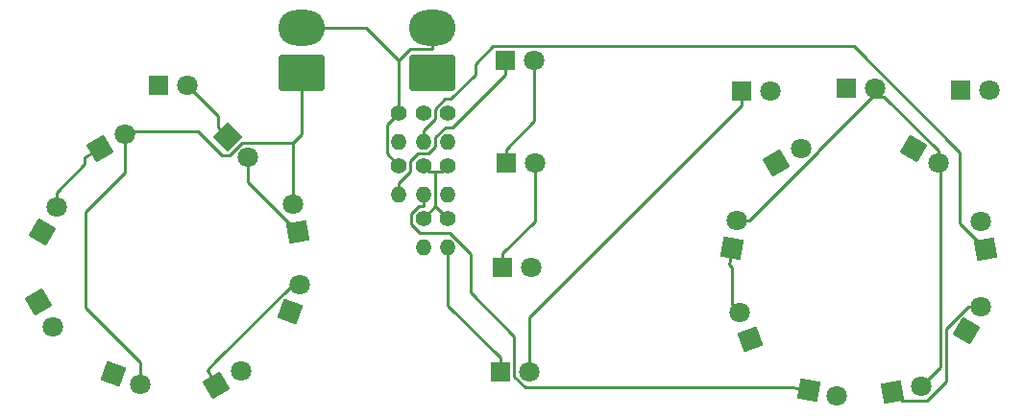
<source format=gbr>
%TF.GenerationSoftware,KiCad,Pcbnew,(6.0.7-1)-1*%
%TF.CreationDate,2023-10-29T11:35:44+10:00*%
%TF.ProjectId,HYD ISO Panel PCB V2,48594420-4953-44f2-9050-616e656c2050,rev?*%
%TF.SameCoordinates,Original*%
%TF.FileFunction,Copper,L2,Bot*%
%TF.FilePolarity,Positive*%
%FSLAX46Y46*%
G04 Gerber Fmt 4.6, Leading zero omitted, Abs format (unit mm)*
G04 Created by KiCad (PCBNEW (6.0.7-1)-1) date 2023-10-29 11:35:44*
%MOMM*%
%LPD*%
G01*
G04 APERTURE LIST*
G04 Aperture macros list*
%AMRoundRect*
0 Rectangle with rounded corners*
0 $1 Rounding radius*
0 $2 $3 $4 $5 $6 $7 $8 $9 X,Y pos of 4 corners*
0 Add a 4 corners polygon primitive as box body*
4,1,4,$2,$3,$4,$5,$6,$7,$8,$9,$2,$3,0*
0 Add four circle primitives for the rounded corners*
1,1,$1+$1,$2,$3*
1,1,$1+$1,$4,$5*
1,1,$1+$1,$6,$7*
1,1,$1+$1,$8,$9*
0 Add four rect primitives between the rounded corners*
20,1,$1+$1,$2,$3,$4,$5,0*
20,1,$1+$1,$4,$5,$6,$7,0*
20,1,$1+$1,$6,$7,$8,$9,0*
20,1,$1+$1,$8,$9,$2,$3,0*%
%AMRotRect*
0 Rectangle, with rotation*
0 The origin of the aperture is its center*
0 $1 length*
0 $2 width*
0 $3 Rotation angle, in degrees counterclockwise*
0 Add horizontal line*
21,1,$1,$2,0,0,$3*%
G04 Aperture macros list end*
%TA.AperFunction,ComponentPad*%
%ADD10RoundRect,0.250000X1.800000X-1.330000X1.800000X1.330000X-1.800000X1.330000X-1.800000X-1.330000X0*%
%TD*%
%TA.AperFunction,ComponentPad*%
%ADD11O,4.100000X3.160000*%
%TD*%
%TA.AperFunction,ComponentPad*%
%ADD12R,1.800000X1.800000*%
%TD*%
%TA.AperFunction,ComponentPad*%
%ADD13C,1.800000*%
%TD*%
%TA.AperFunction,ComponentPad*%
%ADD14RotRect,1.800000X1.800000X315.000000*%
%TD*%
%TA.AperFunction,ComponentPad*%
%ADD15RotRect,1.800000X1.800000X100.000000*%
%TD*%
%TA.AperFunction,ComponentPad*%
%ADD16RotRect,1.800000X1.800000X70.000000*%
%TD*%
%TA.AperFunction,ComponentPad*%
%ADD17RotRect,1.800000X1.800000X30.000000*%
%TD*%
%TA.AperFunction,ComponentPad*%
%ADD18RotRect,1.800000X1.800000X340.000000*%
%TD*%
%TA.AperFunction,ComponentPad*%
%ADD19RotRect,1.800000X1.800000X300.000000*%
%TD*%
%TA.AperFunction,ComponentPad*%
%ADD20RotRect,1.800000X1.800000X60.000000*%
%TD*%
%TA.AperFunction,ComponentPad*%
%ADD21RotRect,1.800000X1.800000X330.000000*%
%TD*%
%TA.AperFunction,ComponentPad*%
%ADD22RotRect,1.800000X1.800000X80.000000*%
%TD*%
%TA.AperFunction,ComponentPad*%
%ADD23RotRect,1.800000X1.800000X110.000000*%
%TD*%
%TA.AperFunction,ComponentPad*%
%ADD24RotRect,1.800000X1.800000X350.000000*%
%TD*%
%TA.AperFunction,ComponentPad*%
%ADD25RotRect,1.800000X1.800000X10.000000*%
%TD*%
%TA.AperFunction,ComponentPad*%
%ADD26C,1.400000*%
%TD*%
%TA.AperFunction,ComponentPad*%
%ADD27O,1.400000X1.400000*%
%TD*%
%TA.AperFunction,Conductor*%
%ADD28C,0.250000*%
%TD*%
G04 APERTURE END LIST*
D10*
%TO.P,J2,1,Pin_1*%
%TO.N,/LED+12V*%
X114525000Y-67004000D03*
D11*
%TO.P,J2,2,Pin_2*%
%TO.N,/LED-12V*%
X114525000Y-63044000D03*
%TD*%
D10*
%TO.P,J1,1,Pin_1*%
%TO.N,/LED+12V*%
X103019000Y-67004000D03*
D11*
%TO.P,J1,2,Pin_2*%
%TO.N,/LED-12V*%
X103019000Y-63044000D03*
%TD*%
D12*
%TO.P,D1,1,K*%
%TO.N,Net-(D1-Pad1)*%
X90425000Y-68150000D03*
D13*
%TO.P,D1,2,A*%
%TO.N,Net-(D1-Pad2)*%
X92965000Y-68150000D03*
%TD*%
D14*
%TO.P,D2,1,K*%
%TO.N,Net-(D1-Pad2)*%
X96500000Y-72700000D03*
D13*
%TO.P,D2,2,A*%
%TO.N,Net-(D2-Pad2)*%
X98296051Y-74496051D03*
%TD*%
D15*
%TO.P,D3,1,K*%
%TO.N,Net-(D2-Pad2)*%
X102700000Y-81100000D03*
D13*
%TO.P,D3,2,A*%
%TO.N,/LED+12V*%
X102258934Y-78598588D03*
%TD*%
D16*
%TO.P,D4,1,K*%
%TO.N,Net-(D4-Pad1)*%
X102013900Y-88098100D03*
D13*
%TO.P,D4,2,A*%
%TO.N,Net-(D4-Pad2)*%
X102882631Y-85711281D03*
%TD*%
D17*
%TO.P,D5,1,K*%
%TO.N,Net-(D4-Pad2)*%
X95500000Y-94600000D03*
D13*
%TO.P,D5,2,A*%
%TO.N,Net-(D5-Pad2)*%
X97699705Y-93330000D03*
%TD*%
D18*
%TO.P,D6,1,K*%
%TO.N,Net-(D5-Pad2)*%
X86451900Y-93663900D03*
D13*
%TO.P,D6,2,A*%
%TO.N,/LED+12V*%
X88838719Y-94532631D03*
%TD*%
D19*
%TO.P,D7,1,K*%
%TO.N,Net-(D7-Pad1)*%
X79862500Y-87245800D03*
D13*
%TO.P,D7,2,A*%
%TO.N,Net-(D7-Pad2)*%
X81132500Y-89445505D03*
%TD*%
D20*
%TO.P,D8,1,K*%
%TO.N,Net-(D7-Pad2)*%
X80150000Y-81100000D03*
D13*
%TO.P,D8,2,A*%
%TO.N,Net-(D8-Pad2)*%
X81420000Y-78900295D03*
%TD*%
D17*
%TO.P,D9,1,K*%
%TO.N,Net-(D8-Pad2)*%
X85250000Y-73750000D03*
D13*
%TO.P,D9,2,A*%
%TO.N,/LED+12V*%
X87449705Y-72480000D03*
%TD*%
D12*
%TO.P,D10,1,K*%
%TO.N,Net-(D10-Pad1)*%
X120975000Y-65950000D03*
D13*
%TO.P,D10,2,A*%
%TO.N,Net-(D10-Pad2)*%
X123515000Y-65950000D03*
%TD*%
D12*
%TO.P,D11,1,K*%
%TO.N,Net-(D10-Pad2)*%
X121025000Y-75000000D03*
D13*
%TO.P,D11,2,A*%
%TO.N,Net-(D11-Pad2)*%
X123565000Y-75000000D03*
%TD*%
D12*
%TO.P,D12,1,K*%
%TO.N,Net-(D11-Pad2)*%
X120750000Y-84200000D03*
D13*
%TO.P,D12,2,A*%
%TO.N,/LED+12V*%
X123290000Y-84200000D03*
%TD*%
D12*
%TO.P,D13,1,K*%
%TO.N,Net-(D13-Pad1)*%
X120550000Y-93450000D03*
D13*
%TO.P,D13,2,A*%
%TO.N,Net-(D13-Pad2)*%
X123090000Y-93450000D03*
%TD*%
D12*
%TO.P,D14,1,K*%
%TO.N,Net-(D13-Pad2)*%
X141825000Y-68650000D03*
D13*
%TO.P,D14,2,A*%
%TO.N,Net-(D14-Pad2)*%
X144365000Y-68650000D03*
%TD*%
D12*
%TO.P,D15,1,K*%
%TO.N,Net-(D14-Pad2)*%
X151050000Y-68402000D03*
D13*
%TO.P,D15,2,A*%
%TO.N,/LED+12V*%
X153590000Y-68402000D03*
%TD*%
D12*
%TO.P,D16,1,K*%
%TO.N,Net-(D16-Pad1)*%
X161126000Y-68554400D03*
D13*
%TO.P,D16,2,A*%
%TO.N,Net-(D16-Pad2)*%
X163666000Y-68554400D03*
%TD*%
D17*
%TO.P,D17,1,K*%
%TO.N,Net-(D16-Pad2)*%
X144845800Y-75037500D03*
D13*
%TO.P,D17,2,A*%
%TO.N,Net-(D17-Pad2)*%
X147045505Y-73767500D03*
%TD*%
D21*
%TO.P,D18,1,K*%
%TO.N,Net-(D17-Pad2)*%
X156945800Y-73762500D03*
D13*
%TO.P,D18,2,A*%
%TO.N,/LED+12V*%
X159145505Y-75032500D03*
%TD*%
D22*
%TO.P,D24,1,K*%
%TO.N,Net-(D23-Pad2)*%
X140978600Y-82555600D03*
D13*
%TO.P,D24,2,A*%
%TO.N,/LED+12V*%
X141419666Y-80054188D03*
%TD*%
D15*
%TO.P,D19,1,K*%
%TO.N,Net-(D19-Pad1)*%
X163300000Y-82650000D03*
D13*
%TO.P,D19,2,A*%
%TO.N,Net-(D19-Pad2)*%
X162858934Y-80148588D03*
%TD*%
D23*
%TO.P,D23,1,K*%
%TO.N,Net-(D22-Pad2)*%
X142533200Y-90600000D03*
D13*
%TO.P,D23,2,A*%
%TO.N,Net-(D23-Pad2)*%
X141664469Y-88213181D03*
%TD*%
D20*
%TO.P,D20,1,K*%
%TO.N,Net-(D19-Pad2)*%
X161612500Y-89854200D03*
D13*
%TO.P,D20,2,A*%
%TO.N,Net-(D20-Pad2)*%
X162882500Y-87654495D03*
%TD*%
D24*
%TO.P,D22,1,K*%
%TO.N,Net-(D22-Pad1)*%
X147725000Y-95100000D03*
D13*
%TO.P,D22,2,A*%
%TO.N,Net-(D22-Pad2)*%
X150226412Y-95541066D03*
%TD*%
D25*
%TO.P,D21,1,K*%
%TO.N,Net-(D20-Pad2)*%
X155125000Y-95200000D03*
D13*
%TO.P,D21,2,A*%
%TO.N,/LED+12V*%
X157626412Y-94758934D03*
%TD*%
D26*
%TO.P,R1,1*%
%TO.N,/LED-12V*%
X115900000Y-70580000D03*
D27*
%TO.P,R1,2*%
%TO.N,Net-(D1-Pad1)*%
X115900000Y-73120000D03*
%TD*%
D26*
%TO.P,R5,1*%
%TO.N,/LED-12V*%
X115900000Y-79900000D03*
D27*
%TO.P,R5,2*%
%TO.N,Net-(D13-Pad1)*%
X115900000Y-82440000D03*
%TD*%
D26*
%TO.P,R6,1*%
%TO.N,/LED-12V*%
X115900000Y-75230000D03*
D27*
%TO.P,R6,2*%
%TO.N,Net-(D16-Pad1)*%
X115900000Y-77770000D03*
%TD*%
D26*
%TO.P,R2,1*%
%TO.N,/LED-12V*%
X113750000Y-79900000D03*
D27*
%TO.P,R2,2*%
%TO.N,Net-(D4-Pad1)*%
X113750000Y-82440000D03*
%TD*%
D26*
%TO.P,R3,1*%
%TO.N,/LED-12V*%
X111600000Y-70580000D03*
D27*
%TO.P,R3,2*%
%TO.N,Net-(D7-Pad1)*%
X111600000Y-73120000D03*
%TD*%
D26*
%TO.P,R8,1*%
%TO.N,/LED-12V*%
X113750000Y-75230000D03*
D27*
%TO.P,R8,2*%
%TO.N,Net-(D22-Pad1)*%
X113750000Y-77770000D03*
%TD*%
D26*
%TO.P,R4,1*%
%TO.N,/LED-12V*%
X111600000Y-75230000D03*
D27*
%TO.P,R4,2*%
%TO.N,Net-(D10-Pad1)*%
X111600000Y-77770000D03*
%TD*%
D26*
%TO.P,R7,1*%
%TO.N,/LED-12V*%
X113750000Y-70580000D03*
D27*
%TO.P,R7,2*%
%TO.N,Net-(D19-Pad1)*%
X113750000Y-73120000D03*
%TD*%
D28*
%TO.N,/LED-12V*%
X114825000Y-78825000D02*
X115900000Y-79900000D01*
X114825000Y-78825000D02*
X113750000Y-79900000D01*
X114825000Y-75767500D02*
X114825000Y-78825000D01*
X114287500Y-75767500D02*
X114825000Y-75767500D01*
X113750000Y-75230000D02*
X114287500Y-75767500D01*
X115362500Y-75767500D02*
X115900000Y-75230000D01*
X114825000Y-75767500D02*
X115362500Y-75767500D01*
X114525000Y-63044000D02*
X114525000Y-64949300D01*
X110533800Y-71646200D02*
X111600000Y-70580000D01*
X110533800Y-74163800D02*
X110533800Y-71646200D01*
X111600000Y-75230000D02*
X110533800Y-74163800D01*
X108675000Y-63044000D02*
X103019000Y-63044000D01*
X111600000Y-65969000D02*
X108675000Y-63044000D01*
X111600000Y-70580000D02*
X111600000Y-65969000D01*
X112619700Y-64949300D02*
X114525000Y-64949300D01*
X111600000Y-65969000D02*
X112619700Y-64949300D01*
%TO.N,Net-(D22-Pad1)*%
X122739300Y-94849800D02*
X146305500Y-94849800D01*
X121775400Y-93885900D02*
X122739300Y-94849800D01*
X121775400Y-90279600D02*
X121775400Y-93885900D01*
X117937500Y-86441700D02*
X121775400Y-90279600D01*
X117937500Y-83024900D02*
X117937500Y-86441700D01*
X116082600Y-81170000D02*
X117937500Y-83024900D01*
X113479500Y-81170000D02*
X116082600Y-81170000D01*
X112682700Y-80373200D02*
X113479500Y-81170000D01*
X112682700Y-79478100D02*
X112682700Y-80373200D01*
X113365500Y-78795300D02*
X112682700Y-79478100D01*
X113750000Y-78795300D02*
X113365500Y-78795300D01*
X113750000Y-77770000D02*
X113750000Y-78795300D01*
X147725000Y-95100000D02*
X146305500Y-94849800D01*
%TO.N,Net-(D19-Pad1)*%
X161009800Y-80359800D02*
X163300000Y-82650000D01*
X161009800Y-74050000D02*
X161009800Y-80359800D01*
X151668900Y-64709100D02*
X161009800Y-74050000D01*
X119886200Y-64709100D02*
X151668900Y-64709100D01*
X118323000Y-66272300D02*
X119886200Y-64709100D01*
X118323000Y-67201100D02*
X118323000Y-66272300D01*
X116172200Y-69351900D02*
X118323000Y-67201100D01*
X115659300Y-69351900D02*
X116172200Y-69351900D01*
X114775300Y-70235900D02*
X115659300Y-69351900D01*
X114775300Y-71069400D02*
X114775300Y-70235900D01*
X113750000Y-72094700D02*
X114775300Y-71069400D01*
X113750000Y-73120000D02*
X113750000Y-72094700D01*
%TO.N,Net-(D23-Pad2)*%
X140978600Y-84225300D02*
X140728400Y-83975100D01*
X140978600Y-87527300D02*
X140978600Y-84225300D01*
X141664500Y-88213200D02*
X140978600Y-87527300D01*
X140978600Y-82555600D02*
X140728400Y-83975100D01*
%TO.N,Net-(D13-Pad1)*%
X115900000Y-82440000D02*
X115900000Y-83465300D01*
X115900000Y-87574700D02*
X120550000Y-92224700D01*
X115900000Y-83465300D02*
X115900000Y-87574700D01*
X120550000Y-93450000D02*
X120550000Y-92224700D01*
%TO.N,Net-(D20-Pad2)*%
X161787400Y-87654500D02*
X162882500Y-87654500D01*
X159800100Y-89641800D02*
X161787400Y-87654500D01*
X159800100Y-94338600D02*
X159800100Y-89641800D01*
X158149900Y-95988800D02*
X159800100Y-94338600D01*
X155913800Y-95988800D02*
X158149900Y-95988800D01*
X155125000Y-95200000D02*
X155913800Y-95988800D01*
%TO.N,Net-(D10-Pad1)*%
X116300300Y-71850000D02*
X120975000Y-67175300D01*
X115710900Y-71850000D02*
X116300300Y-71850000D01*
X114825000Y-72735900D02*
X115710900Y-71850000D01*
X114825000Y-73570600D02*
X114825000Y-72735900D01*
X114220600Y-74175000D02*
X114825000Y-73570600D01*
X113279000Y-74175000D02*
X114220600Y-74175000D01*
X112625300Y-74828700D02*
X113279000Y-74175000D01*
X112625300Y-75719400D02*
X112625300Y-74828700D01*
X111600000Y-76744700D02*
X112625300Y-75719400D01*
X111600000Y-77770000D02*
X111600000Y-76744700D01*
X120975000Y-65950000D02*
X120975000Y-67175300D01*
%TO.N,Net-(D13-Pad2)*%
X141825000Y-68650000D02*
X141825000Y-69875300D01*
X123090000Y-88610300D02*
X123090000Y-93450000D01*
X141825000Y-69875300D02*
X123090000Y-88610300D01*
%TO.N,Net-(D11-Pad2)*%
X123565000Y-80159700D02*
X123565000Y-75000000D01*
X120750000Y-82974700D02*
X123565000Y-80159700D01*
X120750000Y-84200000D02*
X120750000Y-82974700D01*
%TO.N,Net-(D10-Pad2)*%
X123515000Y-71284700D02*
X123515000Y-65950000D01*
X121025000Y-73774700D02*
X123515000Y-71284700D01*
X121025000Y-75000000D02*
X121025000Y-73774700D01*
%TO.N,/LED+12V*%
X102258900Y-78598600D02*
X102258900Y-73243100D01*
X103019000Y-72483000D02*
X102258900Y-73243100D01*
X103019000Y-67004000D02*
X103019000Y-72483000D01*
X87699500Y-72230200D02*
X87449700Y-72480000D01*
X93902700Y-72230200D02*
X87699500Y-72230200D01*
X95997800Y-74325300D02*
X93902700Y-72230200D01*
X96670800Y-74325300D02*
X95997800Y-74325300D01*
X97753000Y-73243100D02*
X96670800Y-74325300D01*
X102258900Y-73243100D02*
X97753000Y-73243100D01*
X88838700Y-92616200D02*
X88838700Y-94532600D01*
X83993700Y-87771200D02*
X88838700Y-92616200D01*
X83993700Y-79275300D02*
X83993700Y-87771200D01*
X87449700Y-75819300D02*
X83993700Y-79275300D01*
X87449700Y-72480000D02*
X87449700Y-75819300D01*
X159349700Y-93035600D02*
X157626400Y-94758900D01*
X159349700Y-75236700D02*
X159349700Y-93035600D01*
X159145500Y-75032500D02*
X159349700Y-75236700D01*
X153590000Y-68402000D02*
X153590000Y-69142800D01*
X153352900Y-69142800D02*
X153590000Y-69142800D01*
X148609900Y-73885800D02*
X153352900Y-69142800D01*
X148609900Y-73957800D02*
X148609900Y-73885800D01*
X142513500Y-80054200D02*
X148609900Y-73957800D01*
X141419700Y-80054200D02*
X142513500Y-80054200D01*
X159145500Y-73927500D02*
X159145500Y-75032500D01*
X154360800Y-69142800D02*
X159145500Y-73927500D01*
X153590000Y-69142800D02*
X154360800Y-69142800D01*
%TO.N,Net-(D8-Pad2)*%
X81420000Y-77580000D02*
X81420000Y-78900300D01*
X83904600Y-75095400D02*
X81420000Y-77580000D01*
X83904600Y-74526800D02*
X83904600Y-75095400D01*
X85250000Y-73750000D02*
X83904600Y-74526800D01*
%TO.N,Net-(D4-Pad2)*%
X102249100Y-85711300D02*
X102882600Y-85711300D01*
X95500000Y-92460400D02*
X102249100Y-85711300D01*
X95500000Y-92477800D02*
X95500000Y-92460400D01*
X94723200Y-93254600D02*
X95500000Y-92477800D01*
X95500000Y-94600000D02*
X94723200Y-93254600D01*
%TO.N,Net-(D2-Pad2)*%
X98296100Y-76696100D02*
X98296100Y-74496100D01*
X102700000Y-81100000D02*
X98296100Y-76696100D01*
%TO.N,Net-(D1-Pad2)*%
X95633600Y-70818600D02*
X92965000Y-68150000D01*
X95633600Y-71833600D02*
X95633600Y-70818600D01*
X96500000Y-72700000D02*
X95633600Y-71833600D01*
%TD*%
M02*

</source>
